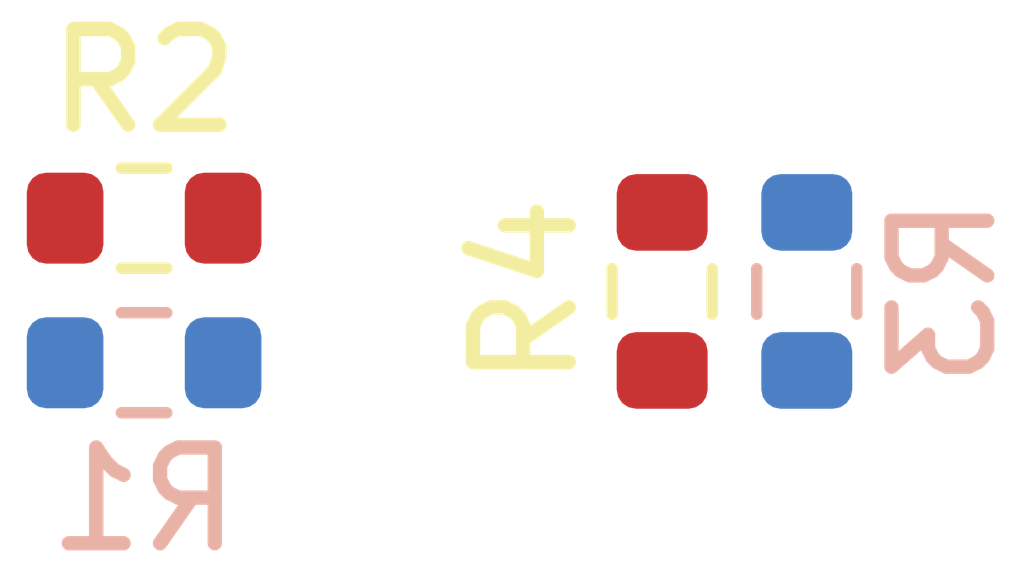
<source format=kicad_pcb>
(kicad_pcb (version 20241229) (generator "pcbnew") (generator_version "9.0")
  (layers (0 "F.Cu" signal) (2 "B.Cu" signal) (13 "F.Paste" user) (15 "B.Paste" user) (5 "F.SilkS" user "F.Silkscreen") (7 "B.SilkS" user "B.Silkscreen") (1 "F.Mask" user) (3 "B.Mask" user) (25 "Edge.Cuts" user))
  (net 0 "")
  (net 1 "P1")
  (net 2 "P2")
  (footprint "R_0603_1608Metric:R_0603_1608Metric" (layer "F.Cu") (at 148.5 104.245)
    (property "Reference" "R2" (at 0 -1.43 0) (layer "F.SilkS"))
    (property "Value" "SMD 0603 1kOhms +/-10%" (hide yes))
    (fp_line (start -0.237258 -0.5225) (end 0.237258 -0.5225) (stroke (width 0.12)) (layer "F.SilkS"))
    (fp_line (start -0.237258 0.5225) (end 0.237258 0.5225) (stroke (width 0.12)) (layer "F.SilkS"))
    (pad "1" smd roundrect (at -0.825 0) (size 0.8 0.95) (layers "F.Cu" "F.Mask" "F.Paste") (net 1 "P1"))
    (pad "2" smd roundrect (at 0.825 0) (size 0.8 0.95) (layers "F.Cu" "F.Mask" "F.Paste") (net 2 "P2"))
  )
  (footprint "R_0603_1608Metric:R_0603_1608Metric" (layer "F.Cu") (at 153.91 105.01 90)
    (property "Reference" "R4" (at 0 -1.43 90) (layer "F.SilkS"))
    (property "Value" "SMD 0603 1kOhms +/-10%" (hide yes))
    (fp_line (start -0.237258 -0.5225) (end 0.237258 -0.5225) (stroke (width 0.12)) (layer "F.SilkS"))
    (fp_line (start -0.237258 0.5225) (end 0.237258 0.5225) (stroke (width 0.12)) (layer "F.SilkS"))
    (pad "1" smd roundrect (at -0.825 0 90) (size 0.8 0.95) (layers "F.Cu" "F.Mask" "F.Paste") (net 1 "P1"))
    (pad "2" smd roundrect (at 0.825 0 90) (size 0.8 0.95) (layers "F.Cu" "F.Mask" "F.Paste") (net 2 "P2"))
  )
  (footprint "R_0603_1608Metric:R_0603_1608Metric" (layer "B.Cu") (at 155.42 105.01 90)
    (property "Reference" "R3" (at 0 1.43 90) (layer "B.SilkS") (effects (justify mirror)))
    (property "Value" "SMD 0603 1kOhms +/-10%" (hide yes))
    (fp_line (start -0.237258 -0.5225) (end 0.237258 -0.5225) (stroke (width 0.12)) (layer "B.SilkS"))
    (fp_line (start -0.237258 0.5225) (end 0.237258 0.5225) (stroke (width 0.12)) (layer "B.SilkS"))
    (pad "1" smd roundrect (at -0.825 0 90) (size 0.8 0.95) (layers "B.Cu" "B.Mask" "B.Paste") (net 1 "P1"))
    (pad "2" smd roundrect (at 0.825 0 90) (size 0.8 0.95) (layers "B.Cu" "B.Mask" "B.Paste") (net 2 "P2"))
  )
  (footprint "R_0603_1608Metric:R_0603_1608Metric" (layer "B.Cu") (at 148.5 105.755)
    (property "Reference" "R1" (at 0 1.43 180) (layer "B.SilkS") (effects (justify mirror)))
    (property "Value" "SMD 0603 1kOhms +/-10%" (hide yes))
    (fp_line (start -0.237258 -0.5225) (end 0.237258 -0.5225) (stroke (width 0.12)) (layer "B.SilkS"))
    (fp_line (start -0.237258 0.5225) (end 0.237258 0.5225) (stroke (width 0.12)) (layer "B.SilkS"))
    (pad "1" smd roundrect (at -0.825 0) (size 0.8 0.95) (layers "B.Cu" "B.Mask" "B.Paste") (net 1 "P1"))
    (pad "2" smd roundrect (at 0.825 0) (size 0.8 0.95) (layers "B.Cu" "B.Mask" "B.Paste") (net 2 "P2"))
  )
)
</source>
